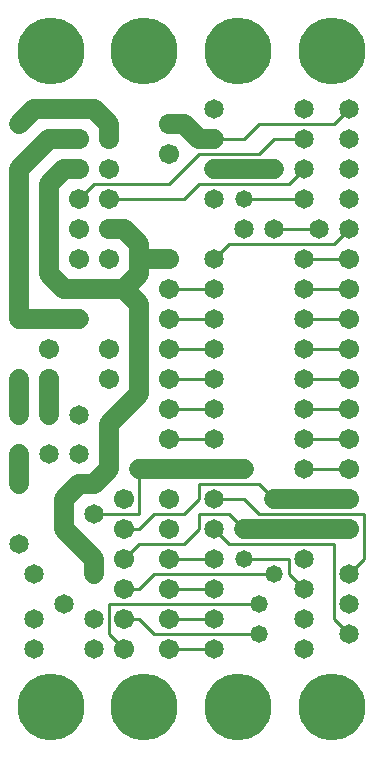
<source format=gbl>
%MOIN*%
%FSLAX25Y25*%
G04 D10 used for Character Trace; *
G04     Circle (OD=.01000) (No hole)*
G04 D11 used for Power Trace; *
G04     Circle (OD=.06500) (No hole)*
G04 D12 used for Signal Trace; *
G04     Circle (OD=.01100) (No hole)*
G04 D13 used for Via; *
G04     Circle (OD=.05800) (Round. Hole ID=.02800)*
G04 D14 used for Component hole; *
G04     Circle (OD=.06500) (Round. Hole ID=.03500)*
G04 D15 used for Component hole; *
G04     Circle (OD=.06700) (Round. Hole ID=.04300)*
G04 D16 used for Component hole; *
G04     Circle (OD=.08100) (Round. Hole ID=.05100)*
G04 D17 used for Component hole; *
G04     Circle (OD=.08900) (Round. Hole ID=.05900)*
G04 D18 used for Component hole; *
G04     Circle (OD=.11300) (Round. Hole ID=.08300)*
G04 D19 used for Component hole; *
G04     Circle (OD=.16000) (Round. Hole ID=.13000)*
G04 D20 used for Component hole; *
G04     Circle (OD=.18300) (Round. Hole ID=.15300)*
G04 D21 used for Component hole; *
G04     Circle (OD=.22291) (Round. Hole ID=.19291)*
%ADD10C,.01000*%
%ADD11C,.06500*%
%ADD12C,.01100*%
%ADD13C,.05800*%
%ADD14C,.06500*%
%ADD15C,.06700*%
%ADD16C,.08100*%
%ADD17C,.08900*%
%ADD18C,.11300*%
%ADD19C,.16000*%
%ADD20C,.18300*%
%ADD21C,.22291*%
%IPPOS*%
%LPD*%
G90*X0Y0D02*D21*X15625Y15625D03*D14*              
X30000Y35000D03*X10000D03*D12*X40000D02*          
X35000Y40000D01*D15*X40000Y35000D03*D12*          
X35000Y40000D02*Y50000D01*X85000D01*D13*D03*D12*  
X100000Y55000D02*X95000Y60000D01*D14*             
X100000Y55000D03*D12*X95000Y60000D02*Y65000D01*   
X80000D01*D13*D03*D12*X75000Y70000D02*X110000D01* 
Y45000D01*X115000Y40000D01*D14*D03*Y50000D03*     
X100000Y45000D03*Y35000D03*X115000Y60000D03*D12*  
X120000Y65000D01*Y80000D01*X85000D01*             
X80000Y85000D01*X70000D01*D14*D03*D12*            
X80000Y75000D02*X75000Y80000D01*D13*              
X80000Y75000D03*D11*X100000D01*D14*D03*D11*       
X115000D01*D15*D03*Y85000D03*D11*X100000D01*D14*  
D03*D11*X90000D01*D13*D03*D12*X85000Y90000D01*    
X65000D01*Y85000D01*X60000Y80000D01*X50000D01*    
X45000Y75000D01*X40000D01*D15*D03*D12*Y65000D02*  
X45000Y70000D01*D15*X40000Y65000D03*D12*          
X45000Y70000D02*X60000D01*X65000Y75000D01*        
Y80000D01*X75000D01*D14*X70000Y75000D03*D12*      
X75000Y70000D01*D14*X70000Y65000D03*D12*X55000D01*
D15*D03*D12*X45000Y55000D02*X50000Y60000D01*      
X40000Y55000D02*X45000D01*D15*X40000D03*D11*      
X30000Y60000D02*Y65000D01*D14*Y60000D03*D11*      
Y65000D02*X20000Y75000D01*Y85000D01*              
X25000Y90000D01*X30000D01*X35000Y95000D01*        
Y110000D01*X45000Y120000D01*Y150000D01*           
X40000Y155000D01*X20000D01*X15000Y160000D01*      
Y190000D01*X20000Y195000D01*X25000D01*D15*D03*D12*
Y185000D02*X30000Y190000D01*D15*X25000Y185000D03* 
D12*X30000Y190000D02*X55000D01*X65000Y200000D01*  
X85000D01*X90000Y205000D01*X100000D01*D14*D03*D13*
X90000Y195000D03*D11*X70000D01*D14*D03*D12*       
X60000Y185000D02*X65000Y190000D01*                
X35000Y185000D02*X60000D01*D15*X35000D03*         
X25000Y175000D03*X35000Y195000D03*Y175000D03*D11* 
X40000D01*X45000Y170000D01*Y165000D01*Y160000D01* 
X40000Y155000D01*X45000Y165000D02*X55000D01*D15*  
D03*Y155000D03*D12*X70000D01*D14*D03*Y165000D03*  
D12*X75000Y170000D01*X110000D01*X115000Y175000D01*
D14*D03*Y185000D03*X105000Y175000D03*D12*         
X90000D01*D14*D03*X100000Y165000D03*D12*          
X115000D01*D15*D03*Y155000D03*D12*X100000D01*D14* 
D03*Y145000D03*D12*X115000D01*D15*D03*Y135000D03* 
D12*X100000D01*D14*D03*Y125000D03*D12*X115000D01* 
D15*D03*Y115000D03*D12*X100000D01*D14*D03*        
Y105000D03*D12*X115000D01*D15*D03*Y95000D03*D12*  
X100000D01*D14*D03*D13*X80000D03*D11*X70000D01*   
D14*D03*D11*X55000D01*D15*D03*D11*X45000D01*D14*  
D03*D12*Y80000D01*X30000D01*D14*D03*D15*          
X40000Y85000D03*D12*X50000Y60000D02*X90000D01*D13*
D03*D14*X100000Y65000D03*D13*X85000Y40000D03*D12* 
X50000D01*X45000Y45000D01*X40000D01*D15*D03*D14*  
X30000D03*D15*X55000Y35000D03*D12*X70000D01*D14*  
D03*Y45000D03*D12*X55000D01*D15*D03*Y55000D03*D12*
X70000D01*D14*D03*D15*X55000Y75000D03*Y85000D03*  
D21*X109375Y15625D03*X46875D03*X78125D03*D14*     
X25000Y100000D03*X70000Y105000D03*D12*X55000D01*  
D15*D03*Y115000D03*D12*X70000D01*D14*D03*         
Y125000D03*D12*X55000D01*D15*D03*Y135000D03*D12*  
X70000D01*D14*D03*Y145000D03*D12*X55000D01*D15*   
D03*X35000Y165000D03*Y125000D03*Y135000D03*D14*   
X80000Y175000D03*D15*X25000Y165000D03*D13*        
Y145000D03*D11*X5000D01*D14*D03*D11*Y195000D01*   
X15000Y205000D01*X25000D01*D15*D03*D11*           
X35000Y210000D02*X30000Y215000D01*                
X35000Y205000D02*Y210000D01*D15*Y205000D03*D11*   
X10000Y215000D02*X30000D01*X5000Y210000D02*       
X10000Y215000D01*D13*X5000Y210000D03*D21*         
X15625Y234375D03*X46875D03*D15*X55000Y200000D03*  
Y210000D03*D11*X60000D01*X65000Y205000D01*        
X70000D01*D14*D03*D12*X80000D01*X85000Y210000D01* 
X110000D01*X115000Y215000D01*D14*D03*Y205000D03*  
X100000Y215000D03*Y195000D03*D12*X95000Y190000D01*
X65000D01*D14*X70000Y185000D03*D13*X80000D03*D12* 
X100000D01*D14*D03*X115000Y195000D03*             
X70000Y215000D03*D21*X109375Y234375D03*X78125D03* 
D14*X25000Y113000D03*X15000Y100000D03*D15*        
Y135000D03*Y125000D03*D11*Y113000D01*D14*D03*     
X5000Y100000D03*D11*Y90000D01*D14*D03*Y113000D03* 
D11*Y125000D01*D14*D03*Y70000D03*X10000Y60000D03* 
X20000Y50000D03*X10000Y45000D03*M02*              

</source>
